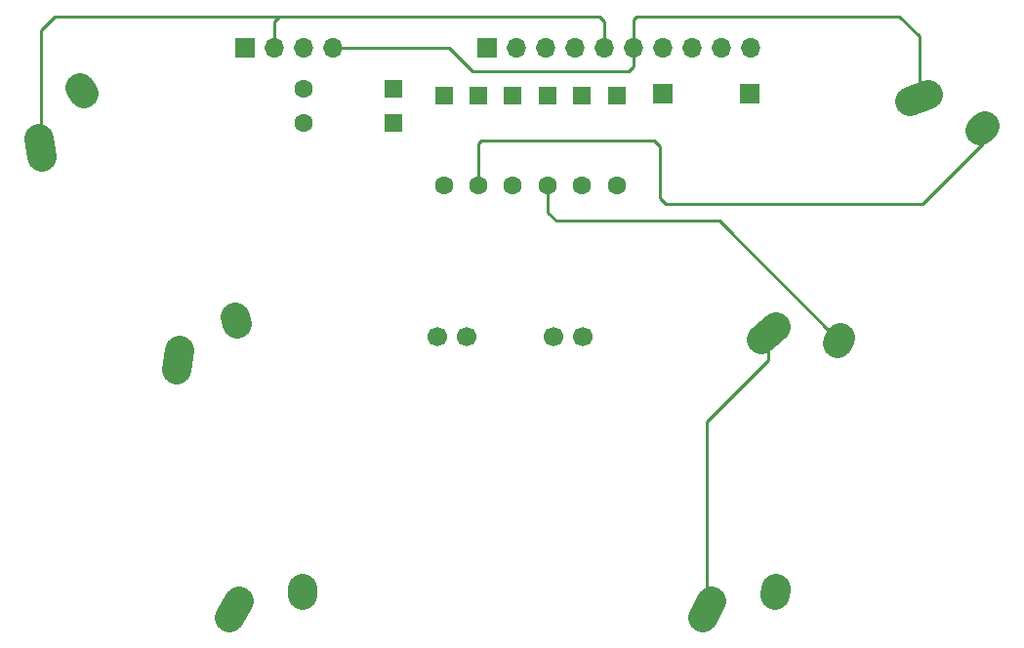
<source format=gbr>
G04 #@! TF.FileFunction,Copper,L2,Bot,Signal*
%FSLAX46Y46*%
G04 Gerber Fmt 4.6, Leading zero omitted, Abs format (unit mm)*
G04 Created by KiCad (PCBNEW 4.0.7) date 12/09/17 16:09:34*
%MOMM*%
%LPD*%
G01*
G04 APERTURE LIST*
%ADD10C,0.100000*%
%ADD11R,1.600000X1.600000*%
%ADD12C,1.600000*%
%ADD13R,1.700000X1.700000*%
%ADD14O,1.700000X1.700000*%
%ADD15C,2.500000*%
%ADD16C,1.700000*%
%ADD17C,0.250000*%
G04 APERTURE END LIST*
D10*
D11*
X144250000Y-39100000D03*
D12*
X144250000Y-46900000D03*
D11*
X150250000Y-39100000D03*
D12*
X150250000Y-46900000D03*
D11*
X156250000Y-39100000D03*
D12*
X156250000Y-46900000D03*
D11*
X147250000Y-39100000D03*
D12*
X147250000Y-46900000D03*
D11*
X153250000Y-39100000D03*
D12*
X153250000Y-46900000D03*
D11*
X159250000Y-39100000D03*
D12*
X159250000Y-46900000D03*
D13*
X148000000Y-35000000D03*
D14*
X150540000Y-35000000D03*
X153080000Y-35000000D03*
X155620000Y-35000000D03*
X158160000Y-35000000D03*
X160700000Y-35000000D03*
X163240000Y-35000000D03*
X165780000Y-35000000D03*
X168320000Y-35000000D03*
X170860000Y-35000000D03*
D15*
X109131093Y-42863929D02*
X109448313Y-44503523D01*
X112680612Y-38476505D02*
X113022346Y-38945139D01*
X121313283Y-61267179D02*
X121050599Y-62916389D01*
X126149328Y-58358356D02*
X126310170Y-58915608D01*
X126500453Y-83000046D02*
X125689547Y-84459954D01*
X132039724Y-81920672D02*
X132000276Y-82499328D01*
X186273334Y-39007786D02*
X184713734Y-39604900D01*
X191210472Y-41741512D02*
X190808298Y-42159432D01*
X173049412Y-59215368D02*
X171788092Y-60309886D01*
X178623793Y-60095629D02*
X178388811Y-60625897D01*
X167500453Y-83000046D02*
X166689547Y-84459954D01*
X173039724Y-81920672D02*
X173000276Y-82499328D01*
D16*
X146270000Y-60000000D03*
X143730000Y-60000000D03*
X156270000Y-60000000D03*
X153730000Y-60000000D03*
D11*
X139900000Y-41500000D03*
D12*
X132100000Y-41500000D03*
D11*
X139900000Y-38500000D03*
D12*
X132100000Y-38500000D03*
D13*
X127000000Y-35000000D03*
D14*
X129540000Y-35000000D03*
X132080000Y-35000000D03*
X134620000Y-35000000D03*
D13*
X163250000Y-39000000D03*
X170750000Y-39000000D03*
D17*
X191009385Y-41950472D02*
X191009385Y-43240615D01*
X191009385Y-43240615D02*
X185750000Y-48500000D01*
X147250000Y-43250000D02*
X147250000Y-46900000D01*
X147500000Y-43000000D02*
X147250000Y-43250000D01*
X162500000Y-43000000D02*
X147500000Y-43000000D01*
X163000000Y-43500000D02*
X162500000Y-43000000D01*
X163000000Y-48000000D02*
X163000000Y-43500000D01*
X163500000Y-48500000D02*
X163000000Y-48000000D01*
X185750000Y-48500000D02*
X163500000Y-48500000D01*
X153250000Y-46900000D02*
X153250000Y-49250000D01*
X168145539Y-50000000D02*
X178506302Y-60360763D01*
X154000000Y-50000000D02*
X168145539Y-50000000D01*
X153250000Y-49250000D02*
X154000000Y-50000000D01*
X109289703Y-43683726D02*
X109289703Y-33460297D01*
X110500000Y-32250000D02*
X130000000Y-32250000D01*
X109289703Y-33460297D02*
X110500000Y-32250000D01*
X129540000Y-35000000D02*
X129540000Y-32710000D01*
X158160000Y-32660000D02*
X158160000Y-35000000D01*
X157750000Y-32250000D02*
X158160000Y-32660000D01*
X130000000Y-32250000D02*
X157750000Y-32250000D01*
X129540000Y-32710000D02*
X130000000Y-32250000D01*
X172418752Y-59762627D02*
X172418752Y-62081248D01*
X167095000Y-67405000D02*
X167095000Y-83730000D01*
X172418752Y-62081248D02*
X167095000Y-67405000D01*
X160700000Y-35000000D02*
X160700000Y-32550000D01*
X185493534Y-33993534D02*
X185493534Y-39306343D01*
X183750000Y-32250000D02*
X185493534Y-33993534D01*
X161000000Y-32250000D02*
X183750000Y-32250000D01*
X160700000Y-32550000D02*
X161000000Y-32250000D01*
X134620000Y-35000000D02*
X144750000Y-35000000D01*
X160700000Y-36550000D02*
X160700000Y-35000000D01*
X160250000Y-37000000D02*
X160700000Y-36550000D01*
X146750000Y-37000000D02*
X160250000Y-37000000D01*
X144750000Y-35000000D02*
X146750000Y-37000000D01*
M02*

</source>
